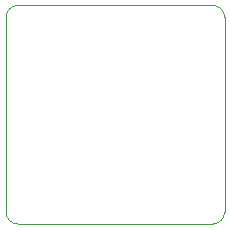
<source format=gbr>
%TF.GenerationSoftware,KiCad,Pcbnew,(6.0.0)*%
%TF.CreationDate,2022-01-30T23:15:09+01:00*%
%TF.ProjectId,TinyPlay_matrix,54696e79-506c-4617-995f-6d6174726978,rev?*%
%TF.SameCoordinates,Original*%
%TF.FileFunction,Profile,NP*%
%FSLAX46Y46*%
G04 Gerber Fmt 4.6, Leading zero omitted, Abs format (unit mm)*
G04 Created by KiCad (PCBNEW (6.0.0)) date 2022-01-30 23:15:09*
%MOMM*%
%LPD*%
G01*
G04 APERTURE LIST*
%TA.AperFunction,Profile*%
%ADD10C,0.100000*%
%TD*%
G04 APERTURE END LIST*
D10*
X117500000Y-63500000D02*
X101000000Y-63500000D01*
X117500000Y-63500000D02*
G75*
G03*
X118500000Y-62500000I1J999999D01*
G01*
X118500000Y-46000000D02*
X118500000Y-62500000D01*
X101000000Y-45000000D02*
X117500000Y-45000000D01*
X100000000Y-62500000D02*
X100000000Y-46000000D01*
X101000000Y-45000000D02*
G75*
G03*
X100000000Y-46000000I-1J-999999D01*
G01*
X100000000Y-62500000D02*
G75*
G03*
X101000000Y-63500000I999999J-1D01*
G01*
X118500000Y-46000000D02*
G75*
G03*
X117500000Y-45000000I-999999J1D01*
G01*
M02*

</source>
